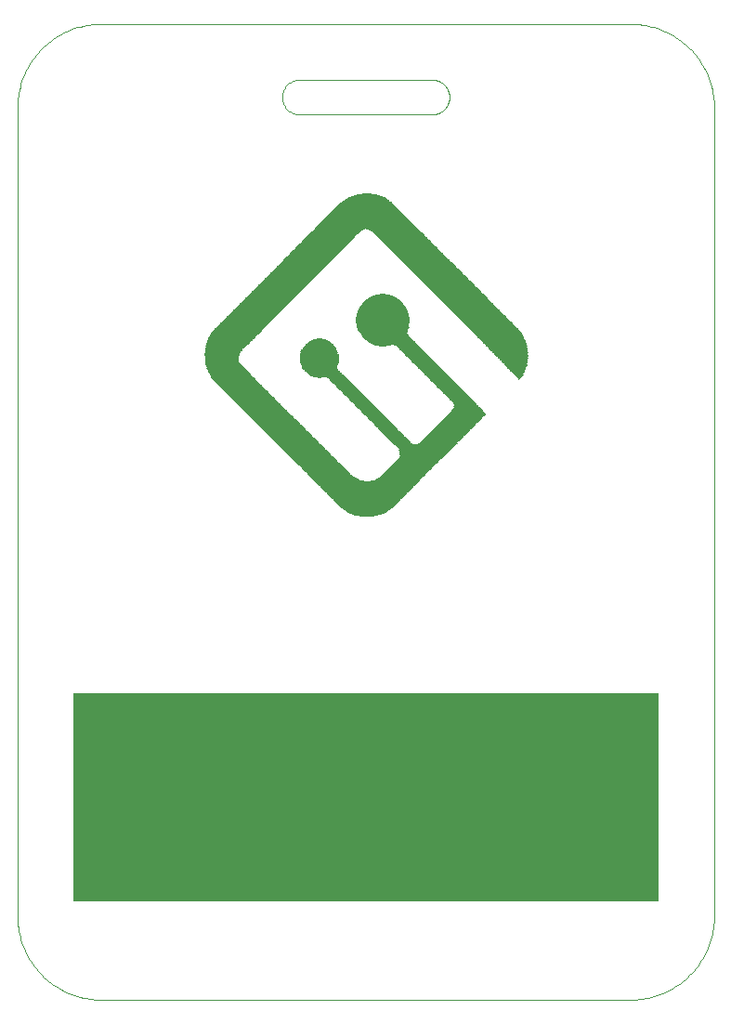
<source format=gto>
G75*
%MOIN*%
%OFA0B0*%
%FSLAX24Y24*%
%IPPOS*%
%LPD*%
%AMOC8*
5,1,8,0,0,1.08239X$1,22.5*
%
%ADD10C,0.0000*%
%ADD11R,0.0324X0.0018*%
%ADD12R,0.0558X0.0018*%
%ADD13R,0.0738X0.0018*%
%ADD14R,0.0864X0.0018*%
%ADD15R,0.0990X0.0018*%
%ADD16R,0.1062X0.0018*%
%ADD17R,0.1170X0.0018*%
%ADD18R,0.1242X0.0018*%
%ADD19R,0.1314X0.0018*%
%ADD20R,0.1386X0.0018*%
%ADD21R,0.1458X0.0018*%
%ADD22R,0.1512X0.0018*%
%ADD23R,0.1566X0.0018*%
%ADD24R,0.1638X0.0018*%
%ADD25R,0.1674X0.0018*%
%ADD26R,0.1728X0.0018*%
%ADD27R,0.1764X0.0018*%
%ADD28R,0.1818X0.0018*%
%ADD29R,0.1854X0.0018*%
%ADD30R,0.1890X0.0018*%
%ADD31R,0.1926X0.0018*%
%ADD32R,0.1962X0.0018*%
%ADD33R,0.1998X0.0018*%
%ADD34R,0.2034X0.0018*%
%ADD35R,0.2070X0.0018*%
%ADD36R,0.2106X0.0018*%
%ADD37R,0.2142X0.0018*%
%ADD38R,0.2178X0.0018*%
%ADD39R,0.2214X0.0018*%
%ADD40R,0.2250X0.0018*%
%ADD41R,0.2286X0.0018*%
%ADD42R,0.2322X0.0018*%
%ADD43R,0.2358X0.0018*%
%ADD44R,0.2394X0.0018*%
%ADD45R,0.2430X0.0018*%
%ADD46R,0.2466X0.0018*%
%ADD47R,0.2502X0.0018*%
%ADD48R,0.2538X0.0018*%
%ADD49R,0.2574X0.0018*%
%ADD50R,0.2610X0.0018*%
%ADD51R,0.2646X0.0018*%
%ADD52R,0.2682X0.0018*%
%ADD53R,0.2718X0.0018*%
%ADD54R,0.2754X0.0018*%
%ADD55R,0.2790X0.0018*%
%ADD56R,0.2826X0.0018*%
%ADD57R,0.2862X0.0018*%
%ADD58R,0.2898X0.0018*%
%ADD59R,0.2934X0.0018*%
%ADD60R,0.2970X0.0018*%
%ADD61R,0.3006X0.0018*%
%ADD62R,0.3042X0.0018*%
%ADD63R,0.3078X0.0018*%
%ADD64R,0.3114X0.0018*%
%ADD65R,0.3150X0.0018*%
%ADD66R,0.3186X0.0018*%
%ADD67R,0.3222X0.0018*%
%ADD68R,0.3258X0.0018*%
%ADD69R,0.3294X0.0018*%
%ADD70R,0.3330X0.0018*%
%ADD71R,0.3366X0.0018*%
%ADD72R,0.3402X0.0018*%
%ADD73R,0.3438X0.0018*%
%ADD74R,0.3474X0.0018*%
%ADD75R,0.3510X0.0018*%
%ADD76R,0.3546X0.0018*%
%ADD77R,0.3582X0.0018*%
%ADD78R,0.3618X0.0018*%
%ADD79R,0.3654X0.0018*%
%ADD80R,0.3690X0.0018*%
%ADD81R,0.3726X0.0018*%
%ADD82R,0.1800X0.0018*%
%ADD83R,0.1746X0.0018*%
%ADD84R,0.1656X0.0018*%
%ADD85R,0.1602X0.0018*%
%ADD86R,0.1584X0.0018*%
%ADD87R,0.1620X0.0018*%
%ADD88R,0.1602X0.0018*%
%ADD89R,0.1548X0.0018*%
%ADD90R,0.1530X0.0018*%
%ADD91R,0.1584X0.0018*%
%ADD92R,0.1674X0.0018*%
%ADD93R,0.1692X0.0018*%
%ADD94R,0.1710X0.0018*%
%ADD95R,0.1872X0.0018*%
%ADD96R,0.1908X0.0018*%
%ADD97R,0.1944X0.0018*%
%ADD98R,0.1980X0.0018*%
%ADD99R,0.2016X0.0018*%
%ADD100R,0.2052X0.0018*%
%ADD101R,0.2088X0.0018*%
%ADD102R,0.2124X0.0018*%
%ADD103R,0.2160X0.0018*%
%ADD104R,0.1440X0.0018*%
%ADD105R,0.0684X0.0018*%
%ADD106R,0.0666X0.0018*%
%ADD107R,0.1368X0.0018*%
%ADD108R,0.1350X0.0018*%
%ADD109R,0.0648X0.0018*%
%ADD110R,0.1332X0.0018*%
%ADD111R,0.1296X0.0018*%
%ADD112R,0.1260X0.0018*%
%ADD113R,0.1224X0.0018*%
%ADD114R,0.1188X0.0018*%
%ADD115R,0.1152X0.0018*%
%ADD116R,0.1116X0.0018*%
%ADD117R,0.1080X0.0018*%
%ADD118R,0.1026X0.0018*%
%ADD119R,0.0972X0.0018*%
%ADD120R,0.0936X0.0018*%
%ADD121R,0.0918X0.0018*%
%ADD122R,0.0900X0.0018*%
%ADD123R,0.0882X0.0018*%
%ADD124R,0.0846X0.0018*%
%ADD125R,0.0828X0.0018*%
%ADD126R,0.0810X0.0018*%
%ADD127R,0.0792X0.0018*%
%ADD128R,0.0792X0.0018*%
%ADD129R,0.0018X0.0018*%
%ADD130R,0.0054X0.0018*%
%ADD131R,0.1512X0.0018*%
%ADD132R,0.0090X0.0018*%
%ADD133R,0.0108X0.0018*%
%ADD134R,0.0126X0.0018*%
%ADD135R,0.0144X0.0018*%
%ADD136R,0.1494X0.0018*%
%ADD137R,0.0342X0.0018*%
%ADD138R,0.0720X0.0018*%
%ADD139R,0.0180X0.0018*%
%ADD140R,0.1134X0.0018*%
%ADD141R,0.0198X0.0018*%
%ADD142R,0.0234X0.0018*%
%ADD143R,0.1476X0.0018*%
%ADD144R,0.0270X0.0018*%
%ADD145R,0.0288X0.0018*%
%ADD146R,0.1206X0.0018*%
%ADD147R,0.0378X0.0018*%
%ADD148R,0.1224X0.0018*%
%ADD149R,0.0396X0.0018*%
%ADD150R,0.0432X0.0018*%
%ADD151R,0.0450X0.0018*%
%ADD152R,0.1422X0.0018*%
%ADD153R,0.1242X0.0018*%
%ADD154R,0.0486X0.0018*%
%ADD155R,0.1422X0.0018*%
%ADD156R,0.0504X0.0018*%
%ADD157R,0.1404X0.0018*%
%ADD158R,0.0522X0.0018*%
%ADD159R,0.0576X0.0018*%
%ADD160R,0.0594X0.0018*%
%ADD161R,0.0630X0.0018*%
%ADD162R,0.1332X0.0018*%
%ADD163R,0.0702X0.0018*%
%ADD164R,0.1278X0.0018*%
%ADD165R,0.0774X0.0018*%
%ADD166R,0.0882X0.0018*%
%ADD167R,0.0954X0.0018*%
%ADD168R,0.1404X0.0018*%
%ADD169R,0.1008X0.0018*%
%ADD170R,0.1044X0.0018*%
%ADD171R,0.1062X0.0018*%
%ADD172R,0.1098X0.0018*%
%ADD173R,0.1152X0.0018*%
%ADD174R,0.0774X0.0018*%
%ADD175R,0.1044X0.0018*%
%ADD176R,0.0432X0.0018*%
%ADD177R,0.0702X0.0018*%
%ADD178R,0.0216X0.0018*%
%ADD179R,0.1692X0.0018*%
%ADD180R,0.1764X0.0018*%
%ADD181R,0.1782X0.0018*%
%ADD182R,0.1836X0.0018*%
%ADD183R,0.1854X0.0018*%
%ADD184R,0.1872X0.0018*%
%ADD185R,0.1782X0.0018*%
%ADD186R,0.0954X0.0018*%
%ADD187R,0.3672X0.0018*%
%ADD188R,0.3636X0.0018*%
%ADD189R,0.3600X0.0018*%
%ADD190R,0.3564X0.0018*%
%ADD191R,0.3528X0.0018*%
%ADD192R,0.3492X0.0018*%
%ADD193R,0.3456X0.0018*%
%ADD194R,0.3420X0.0018*%
%ADD195R,0.3384X0.0018*%
%ADD196R,0.3348X0.0018*%
%ADD197R,0.3312X0.0018*%
%ADD198R,0.3276X0.0018*%
%ADD199R,0.3240X0.0018*%
%ADD200R,0.3204X0.0018*%
%ADD201R,0.3168X0.0018*%
%ADD202R,0.3132X0.0018*%
%ADD203R,0.3096X0.0018*%
%ADD204R,0.3060X0.0018*%
%ADD205R,0.3024X0.0018*%
%ADD206R,0.2988X0.0018*%
%ADD207R,0.2952X0.0018*%
%ADD208R,0.2916X0.0018*%
%ADD209R,0.2880X0.0018*%
%ADD210R,0.2844X0.0018*%
%ADD211R,0.2808X0.0018*%
%ADD212R,0.2772X0.0018*%
%ADD213R,0.2736X0.0018*%
%ADD214R,0.2700X0.0018*%
%ADD215R,0.2664X0.0018*%
%ADD216R,0.2628X0.0018*%
%ADD217R,0.2592X0.0018*%
%ADD218R,0.2556X0.0018*%
%ADD219R,0.2520X0.0018*%
%ADD220R,0.2484X0.0018*%
%ADD221R,0.2448X0.0018*%
%ADD222R,0.2412X0.0018*%
%ADD223R,0.2376X0.0018*%
%ADD224R,0.2340X0.0018*%
%ADD225R,0.2304X0.0018*%
%ADD226R,0.2268X0.0018*%
%ADD227R,0.2232X0.0018*%
%ADD228R,0.2196X0.0018*%
%ADD229R,0.0306X0.0018*%
%ADD230R,2.1000X0.7500*%
D10*
X000100Y003100D02*
X000100Y032100D01*
X000102Y032207D01*
X000108Y032314D01*
X000117Y032421D01*
X000131Y032527D01*
X000148Y032633D01*
X000169Y032738D01*
X000193Y032842D01*
X000222Y032945D01*
X000254Y033047D01*
X000289Y033148D01*
X000328Y033248D01*
X000371Y033346D01*
X000417Y033443D01*
X000467Y033538D01*
X000520Y033631D01*
X000576Y033722D01*
X000636Y033811D01*
X000698Y033898D01*
X000764Y033982D01*
X000833Y034065D01*
X000904Y034144D01*
X000979Y034221D01*
X001056Y034296D01*
X001135Y034367D01*
X001218Y034436D01*
X001302Y034502D01*
X001389Y034564D01*
X001478Y034624D01*
X001569Y034680D01*
X001662Y034733D01*
X001757Y034783D01*
X001854Y034829D01*
X001952Y034872D01*
X002052Y034911D01*
X002153Y034946D01*
X002255Y034978D01*
X002358Y035007D01*
X002462Y035031D01*
X002567Y035052D01*
X002673Y035069D01*
X002779Y035083D01*
X002886Y035092D01*
X002993Y035098D01*
X003100Y035100D01*
X022100Y035100D01*
X022207Y035098D01*
X022314Y035092D01*
X022421Y035083D01*
X022527Y035069D01*
X022633Y035052D01*
X022738Y035031D01*
X022842Y035007D01*
X022945Y034978D01*
X023047Y034946D01*
X023148Y034911D01*
X023248Y034872D01*
X023346Y034829D01*
X023443Y034783D01*
X023538Y034733D01*
X023631Y034680D01*
X023722Y034624D01*
X023811Y034564D01*
X023898Y034502D01*
X023982Y034436D01*
X024065Y034367D01*
X024144Y034296D01*
X024221Y034221D01*
X024296Y034144D01*
X024367Y034065D01*
X024436Y033982D01*
X024502Y033898D01*
X024564Y033811D01*
X024624Y033722D01*
X024680Y033631D01*
X024733Y033538D01*
X024783Y033443D01*
X024829Y033346D01*
X024872Y033248D01*
X024911Y033148D01*
X024946Y033047D01*
X024978Y032945D01*
X025007Y032842D01*
X025031Y032738D01*
X025052Y032633D01*
X025069Y032527D01*
X025083Y032421D01*
X025092Y032314D01*
X025098Y032207D01*
X025100Y032100D01*
X025100Y003100D01*
X025098Y002993D01*
X025092Y002886D01*
X025083Y002779D01*
X025069Y002673D01*
X025052Y002567D01*
X025031Y002462D01*
X025007Y002358D01*
X024978Y002255D01*
X024946Y002153D01*
X024911Y002052D01*
X024872Y001952D01*
X024829Y001854D01*
X024783Y001757D01*
X024733Y001662D01*
X024680Y001569D01*
X024624Y001478D01*
X024564Y001389D01*
X024502Y001302D01*
X024436Y001218D01*
X024367Y001135D01*
X024296Y001056D01*
X024221Y000979D01*
X024144Y000904D01*
X024065Y000833D01*
X023982Y000764D01*
X023898Y000698D01*
X023811Y000636D01*
X023722Y000576D01*
X023631Y000520D01*
X023538Y000467D01*
X023443Y000417D01*
X023346Y000371D01*
X023248Y000328D01*
X023148Y000289D01*
X023047Y000254D01*
X022945Y000222D01*
X022842Y000193D01*
X022738Y000169D01*
X022633Y000148D01*
X022527Y000131D01*
X022421Y000117D01*
X022314Y000108D01*
X022207Y000102D01*
X022100Y000100D01*
X003100Y000100D01*
X002993Y000102D01*
X002886Y000108D01*
X002779Y000117D01*
X002673Y000131D01*
X002567Y000148D01*
X002462Y000169D01*
X002358Y000193D01*
X002255Y000222D01*
X002153Y000254D01*
X002052Y000289D01*
X001952Y000328D01*
X001854Y000371D01*
X001757Y000417D01*
X001662Y000467D01*
X001569Y000520D01*
X001478Y000576D01*
X001389Y000636D01*
X001302Y000698D01*
X001218Y000764D01*
X001135Y000833D01*
X001056Y000904D01*
X000979Y000979D01*
X000904Y001056D01*
X000833Y001135D01*
X000764Y001218D01*
X000698Y001302D01*
X000636Y001389D01*
X000576Y001478D01*
X000520Y001569D01*
X000467Y001662D01*
X000417Y001757D01*
X000371Y001854D01*
X000328Y001952D01*
X000289Y002052D01*
X000254Y002153D01*
X000222Y002255D01*
X000193Y002358D01*
X000169Y002462D01*
X000148Y002567D01*
X000131Y002673D01*
X000117Y002779D01*
X000108Y002886D01*
X000102Y002993D01*
X000100Y003100D01*
X010225Y031850D02*
X014975Y031850D01*
X015024Y031852D01*
X015073Y031858D01*
X015121Y031867D01*
X015168Y031881D01*
X015214Y031898D01*
X015259Y031918D01*
X015302Y031942D01*
X015342Y031969D01*
X015381Y032000D01*
X015417Y032033D01*
X015450Y032069D01*
X015481Y032108D01*
X015508Y032148D01*
X015532Y032191D01*
X015552Y032236D01*
X015569Y032282D01*
X015583Y032329D01*
X015592Y032377D01*
X015598Y032426D01*
X015600Y032475D01*
X015598Y032524D01*
X015592Y032573D01*
X015583Y032621D01*
X015569Y032668D01*
X015552Y032714D01*
X015532Y032759D01*
X015508Y032802D01*
X015481Y032842D01*
X015450Y032881D01*
X015417Y032917D01*
X015381Y032950D01*
X015342Y032981D01*
X015302Y033008D01*
X015259Y033032D01*
X015214Y033052D01*
X015168Y033069D01*
X015121Y033083D01*
X015073Y033092D01*
X015024Y033098D01*
X014975Y033100D01*
X010225Y033100D01*
X009600Y032475D02*
X009602Y032426D01*
X009608Y032377D01*
X009617Y032329D01*
X009631Y032282D01*
X009648Y032236D01*
X009668Y032191D01*
X009692Y032148D01*
X009719Y032108D01*
X009750Y032069D01*
X009783Y032033D01*
X009819Y032000D01*
X009858Y031969D01*
X009898Y031942D01*
X009941Y031918D01*
X009986Y031898D01*
X010032Y031881D01*
X010079Y031867D01*
X010127Y031858D01*
X010176Y031852D01*
X010225Y031850D01*
X009600Y032475D02*
X009602Y032524D01*
X009608Y032573D01*
X009617Y032621D01*
X009631Y032668D01*
X009648Y032714D01*
X009668Y032759D01*
X009692Y032802D01*
X009719Y032842D01*
X009750Y032881D01*
X009783Y032917D01*
X009819Y032950D01*
X009858Y032981D01*
X009898Y033008D01*
X009941Y033032D01*
X009986Y033052D01*
X010032Y033069D01*
X010079Y033083D01*
X010127Y033092D01*
X010176Y033098D01*
X010225Y033100D01*
D11*
X018093Y022506D03*
X012621Y017412D03*
D12*
X012630Y017430D03*
X010938Y023730D03*
X013224Y025350D03*
X012630Y028968D03*
X018048Y022668D03*
D13*
X017994Y022812D03*
X013998Y019986D03*
X012630Y017448D03*
X010938Y023676D03*
X013224Y025314D03*
X012630Y028950D03*
D14*
X014025Y023568D03*
X016203Y021390D03*
X017967Y022920D03*
X012621Y017466D03*
D15*
X012630Y017484D03*
X016248Y021282D03*
D16*
X016248Y021246D03*
X013224Y025224D03*
X012630Y028896D03*
X012630Y017502D03*
D17*
X012630Y017520D03*
X011244Y022452D03*
X013224Y025188D03*
X017832Y023208D03*
D18*
X012630Y017538D03*
X011028Y022632D03*
X010974Y022704D03*
X010920Y023388D03*
D19*
X010920Y023316D03*
X007500Y023370D03*
X007536Y022794D03*
X012630Y017556D03*
X017742Y023370D03*
X012630Y028842D03*
D20*
X012630Y028824D03*
X010938Y023010D03*
X007626Y022668D03*
X007608Y022686D03*
X012630Y017574D03*
X015150Y020004D03*
X017706Y023442D03*
D21*
X017652Y023532D03*
X017652Y023550D03*
X017634Y023568D03*
X013206Y025044D03*
X007590Y023532D03*
X007698Y022560D03*
X007716Y022542D03*
X012630Y017592D03*
D22*
X012639Y017610D03*
X007869Y022344D03*
X007833Y022380D03*
X007815Y022398D03*
X007635Y023604D03*
X013215Y025008D03*
X017589Y023640D03*
D23*
X017544Y023712D03*
X014592Y019536D03*
X014574Y019518D03*
X013818Y018780D03*
X012630Y017628D03*
X011388Y018834D03*
X011370Y018852D03*
X011352Y018870D03*
X011262Y018960D03*
X011244Y018978D03*
X011226Y018996D03*
X011208Y019014D03*
X011190Y019032D03*
X011172Y019050D03*
X011154Y019068D03*
X011136Y019086D03*
X011118Y019104D03*
X011100Y019122D03*
X011082Y019140D03*
X011064Y019158D03*
X011046Y019176D03*
X011028Y019194D03*
X011010Y019212D03*
X010992Y019230D03*
X010974Y019248D03*
X010956Y019266D03*
X010938Y019284D03*
X013656Y023586D03*
X013206Y024972D03*
X007698Y023694D03*
X007680Y023676D03*
D24*
X007770Y023802D03*
X007788Y023820D03*
X012630Y017646D03*
X014646Y019626D03*
X013548Y023658D03*
X013530Y023676D03*
X013206Y024918D03*
X017436Y023856D03*
X017454Y023838D03*
D25*
X017400Y023910D03*
X017382Y023928D03*
X013422Y023766D03*
X013386Y023802D03*
X013368Y023820D03*
X013350Y023838D03*
X013296Y023910D03*
X013278Y023928D03*
X013278Y023946D03*
X013260Y023964D03*
X013206Y024882D03*
X013206Y024900D03*
X011550Y018726D03*
X012630Y017664D03*
X007842Y023892D03*
D26*
X007941Y024018D03*
X007959Y024036D03*
X007977Y024054D03*
X007995Y024072D03*
X008013Y024090D03*
X010515Y026610D03*
X010533Y026628D03*
X010551Y026646D03*
X010569Y026664D03*
X010587Y026682D03*
X010605Y026700D03*
X010623Y026718D03*
X010641Y026736D03*
X010659Y026754D03*
X010677Y026772D03*
X010695Y026790D03*
X010713Y026808D03*
X010731Y026826D03*
X010749Y026844D03*
X010767Y026862D03*
X010785Y026880D03*
X010803Y026898D03*
X010821Y026916D03*
X010839Y026934D03*
X010857Y026952D03*
X010875Y026970D03*
X010893Y026988D03*
X010911Y027006D03*
X010929Y027024D03*
X010947Y027042D03*
X010965Y027060D03*
X010983Y027078D03*
X011001Y027096D03*
X011019Y027114D03*
X011037Y027132D03*
X011055Y027150D03*
X011073Y027168D03*
X011091Y027186D03*
X011109Y027204D03*
X011127Y027222D03*
X011145Y027240D03*
X011163Y027258D03*
X011181Y027276D03*
X011199Y027294D03*
X011217Y027312D03*
X011235Y027330D03*
X011253Y027348D03*
X011559Y027654D03*
X013701Y027636D03*
X013719Y027618D03*
X013935Y027402D03*
X013953Y027384D03*
X013971Y027366D03*
X013989Y027348D03*
X014007Y027330D03*
X014025Y027312D03*
X014043Y027294D03*
X014061Y027276D03*
X014079Y027258D03*
X014097Y027240D03*
X014115Y027222D03*
X014133Y027204D03*
X014151Y027186D03*
X014169Y027168D03*
X014187Y027150D03*
X014205Y027132D03*
X014223Y027114D03*
X014241Y027096D03*
X014259Y027078D03*
X014277Y027060D03*
X014295Y027042D03*
X014313Y027024D03*
X014331Y027006D03*
X014349Y026988D03*
X014367Y026970D03*
X014385Y026952D03*
X014403Y026934D03*
X014421Y026916D03*
X014439Y026898D03*
X014457Y026880D03*
X014475Y026862D03*
X014493Y026844D03*
X014511Y026826D03*
X014529Y026808D03*
X014547Y026790D03*
X014565Y026772D03*
X014583Y026754D03*
X014601Y026736D03*
X014619Y026718D03*
X014637Y026700D03*
X014655Y026682D03*
X014673Y026664D03*
X014691Y026646D03*
X014709Y026628D03*
X014727Y026610D03*
X014745Y026592D03*
X016041Y025296D03*
X016059Y025278D03*
X016077Y025260D03*
X016095Y025242D03*
X016113Y025224D03*
X016131Y025206D03*
X016149Y025188D03*
X016167Y025170D03*
X016185Y025152D03*
X016203Y025134D03*
X016221Y025116D03*
X016239Y025098D03*
X016257Y025080D03*
X016275Y025062D03*
X016293Y025044D03*
X016311Y025026D03*
X016329Y025008D03*
X016347Y024990D03*
X016365Y024972D03*
X016383Y024954D03*
X016401Y024936D03*
X016419Y024918D03*
X016437Y024900D03*
X016455Y024882D03*
X016473Y024864D03*
X016491Y024846D03*
X016509Y024828D03*
X016527Y024810D03*
X016545Y024792D03*
X016563Y024774D03*
X016581Y024756D03*
X016599Y024738D03*
X016617Y024720D03*
X016635Y024702D03*
X016653Y024684D03*
X016671Y024666D03*
X016689Y024648D03*
X016707Y024630D03*
X016725Y024612D03*
X016743Y024594D03*
X016761Y024576D03*
X016779Y024558D03*
X016797Y024540D03*
X016815Y024522D03*
X016833Y024504D03*
X016851Y024486D03*
X016869Y024468D03*
X016887Y024450D03*
X016905Y024432D03*
X016923Y024414D03*
X016941Y024396D03*
X016959Y024378D03*
X016977Y024360D03*
X016995Y024342D03*
X017013Y024324D03*
X017031Y024306D03*
X017049Y024288D03*
X017067Y024270D03*
X017085Y024252D03*
X017103Y024234D03*
X017121Y024216D03*
X017139Y024198D03*
X017157Y024180D03*
X017175Y024162D03*
X017193Y024144D03*
X017211Y024126D03*
X017229Y024108D03*
X017247Y024090D03*
X017265Y024072D03*
X017283Y024054D03*
X014691Y019716D03*
X012639Y017682D03*
X011595Y018708D03*
X013233Y024036D03*
X013233Y024054D03*
D27*
X013629Y027690D03*
X014709Y019752D03*
X012639Y017700D03*
D28*
X012630Y017718D03*
X014718Y019788D03*
X013224Y024162D03*
X013206Y024720D03*
X013206Y024738D03*
X011676Y027726D03*
D29*
X013548Y027726D03*
X013206Y024666D03*
X014718Y019806D03*
X012630Y017736D03*
D30*
X012630Y017754D03*
X013224Y024270D03*
X013224Y024288D03*
X013224Y024306D03*
X013224Y024324D03*
X013224Y024342D03*
X013206Y024576D03*
D31*
X012630Y017772D03*
D32*
X012630Y017790D03*
D33*
X012630Y017808D03*
D34*
X012630Y017826D03*
D35*
X012630Y017844D03*
D36*
X012630Y017862D03*
D37*
X012630Y017880D03*
D38*
X012630Y017898D03*
D39*
X012630Y017916D03*
D40*
X012630Y017934D03*
D41*
X012630Y017952D03*
D42*
X012630Y017970D03*
D43*
X012630Y017988D03*
D44*
X012630Y018006D03*
D45*
X012630Y018024D03*
D46*
X012630Y018042D03*
D47*
X012630Y018060D03*
D48*
X012630Y018078D03*
D49*
X012630Y018096D03*
D50*
X012630Y018114D03*
D51*
X012630Y018132D03*
D52*
X012630Y018150D03*
D53*
X012630Y018168D03*
D54*
X012630Y018186D03*
D55*
X012630Y018204D03*
D56*
X012630Y018222D03*
D57*
X012630Y018240D03*
D58*
X012630Y018258D03*
D59*
X012630Y018276D03*
D60*
X012630Y018294D03*
D61*
X012630Y018312D03*
D62*
X012630Y018330D03*
D63*
X012630Y018348D03*
D64*
X012630Y018366D03*
D65*
X012630Y018384D03*
D66*
X012630Y018402D03*
D67*
X012630Y018420D03*
D68*
X012630Y018438D03*
D69*
X012630Y018456D03*
D70*
X012630Y018474D03*
D71*
X012630Y018492D03*
D72*
X012630Y018510D03*
D73*
X012630Y018528D03*
D74*
X012630Y018546D03*
D75*
X012630Y018564D03*
D76*
X012630Y018582D03*
D77*
X012630Y018600D03*
D78*
X012630Y018618D03*
D79*
X012630Y018636D03*
D80*
X012630Y018654D03*
D81*
X012630Y018672D03*
D82*
X011649Y018690D03*
X014709Y019770D03*
X013233Y024144D03*
X013215Y024756D03*
X013593Y027708D03*
D83*
X013656Y027672D03*
X013674Y027654D03*
X012630Y028698D03*
X011604Y027690D03*
X011586Y027672D03*
X010506Y026592D03*
X010488Y026574D03*
X010470Y026556D03*
X010452Y026538D03*
X010434Y026520D03*
X010416Y026502D03*
X010398Y026484D03*
X010380Y026466D03*
X010362Y026448D03*
X010344Y026430D03*
X010326Y026412D03*
X010308Y026394D03*
X010290Y026376D03*
X010272Y026358D03*
X010254Y026340D03*
X010236Y026322D03*
X010218Y026304D03*
X010200Y026286D03*
X010182Y026268D03*
X010164Y026250D03*
X010146Y026232D03*
X010128Y026214D03*
X010110Y026196D03*
X010092Y026178D03*
X010074Y026160D03*
X010056Y026142D03*
X010038Y026124D03*
X010020Y026106D03*
X010002Y026088D03*
X009984Y026070D03*
X009966Y026052D03*
X009948Y026034D03*
X009930Y026016D03*
X009912Y025998D03*
X009894Y025980D03*
X009876Y025962D03*
X009858Y025944D03*
X009840Y025926D03*
X009822Y025908D03*
X009804Y025890D03*
X009786Y025872D03*
X009768Y025854D03*
X009750Y025836D03*
X009732Y025818D03*
X009714Y025800D03*
X009696Y025782D03*
X009678Y025764D03*
X009660Y025746D03*
X009642Y025728D03*
X009624Y025710D03*
X009606Y025692D03*
X009588Y025674D03*
X009570Y025656D03*
X009552Y025638D03*
X009534Y025620D03*
X009516Y025602D03*
X009498Y025584D03*
X009480Y025566D03*
X009462Y025548D03*
X009444Y025530D03*
X009426Y025512D03*
X009408Y025494D03*
X009390Y025476D03*
X009372Y025458D03*
X009354Y025440D03*
X009336Y025422D03*
X009318Y025404D03*
X009300Y025386D03*
X009282Y025368D03*
X009264Y025350D03*
X009246Y025332D03*
X009228Y025314D03*
X009210Y025296D03*
X009192Y025278D03*
X009174Y025260D03*
X009156Y025242D03*
X009138Y025224D03*
X009120Y025206D03*
X009102Y025188D03*
X009084Y025170D03*
X009066Y025152D03*
X009048Y025134D03*
X009030Y025116D03*
X009012Y025098D03*
X008994Y025080D03*
X008976Y025062D03*
X008958Y025044D03*
X008940Y025026D03*
X008922Y025008D03*
X008904Y024990D03*
X008886Y024972D03*
X008868Y024954D03*
X008850Y024936D03*
X008832Y024918D03*
X008814Y024900D03*
X008796Y024882D03*
X008778Y024864D03*
X008760Y024846D03*
X008742Y024828D03*
X008724Y024810D03*
X008706Y024792D03*
X008688Y024774D03*
X008670Y024756D03*
X008652Y024738D03*
X008634Y024720D03*
X008616Y024702D03*
X008598Y024684D03*
X008580Y024666D03*
X008562Y024648D03*
X008544Y024630D03*
X008526Y024612D03*
X008508Y024594D03*
X008490Y024576D03*
X008472Y024558D03*
X008454Y024540D03*
X008436Y024522D03*
X008418Y024504D03*
X008400Y024486D03*
X008382Y024468D03*
X008364Y024450D03*
X008346Y024432D03*
X008328Y024414D03*
X008310Y024396D03*
X008292Y024378D03*
X008274Y024360D03*
X008256Y024342D03*
X008238Y024324D03*
X008220Y024306D03*
X008202Y024288D03*
X008184Y024270D03*
X008166Y024252D03*
X008148Y024234D03*
X008130Y024216D03*
X008112Y024198D03*
X008094Y024180D03*
X008076Y024162D03*
X008058Y024144D03*
X008040Y024126D03*
X008022Y024108D03*
X013224Y024072D03*
X013206Y024810D03*
X013206Y024828D03*
X014862Y026484D03*
X014880Y026466D03*
X014898Y026448D03*
X014916Y026430D03*
X014934Y026412D03*
X014952Y026394D03*
X014970Y026376D03*
X014988Y026358D03*
X015006Y026340D03*
X015024Y026322D03*
X015042Y026304D03*
X015060Y026286D03*
X015078Y026268D03*
X015096Y026250D03*
X015114Y026232D03*
X015132Y026214D03*
X015150Y026196D03*
X015168Y026178D03*
X015186Y026160D03*
X015204Y026142D03*
X015222Y026124D03*
X015240Y026106D03*
X015258Y026088D03*
X015276Y026070D03*
X015294Y026052D03*
X015312Y026034D03*
X015330Y026016D03*
X015348Y025998D03*
X015366Y025980D03*
X015384Y025962D03*
X015402Y025944D03*
X015420Y025926D03*
X015438Y025908D03*
X015456Y025890D03*
X015474Y025872D03*
X015492Y025854D03*
X015510Y025836D03*
X015528Y025818D03*
X015546Y025800D03*
X015564Y025782D03*
X015582Y025764D03*
X015600Y025746D03*
X015618Y025728D03*
X015636Y025710D03*
X015654Y025692D03*
X015672Y025674D03*
X015690Y025656D03*
X015708Y025638D03*
X015726Y025620D03*
X015744Y025602D03*
X015762Y025584D03*
X015780Y025566D03*
X015798Y025548D03*
X015816Y025530D03*
X015834Y025512D03*
X015852Y025494D03*
X015870Y025476D03*
X015888Y025458D03*
X015906Y025440D03*
X015924Y025422D03*
X015942Y025404D03*
X015960Y025386D03*
X015978Y025368D03*
X015996Y025350D03*
X016014Y025332D03*
X016032Y025314D03*
X014844Y026502D03*
X014826Y026520D03*
X014808Y026538D03*
X014790Y026556D03*
X014772Y026574D03*
X014700Y019734D03*
X013638Y018690D03*
D84*
X013701Y018708D03*
X014655Y019644D03*
X013503Y023694D03*
X013485Y023712D03*
X013467Y023730D03*
X013449Y023748D03*
X013341Y023856D03*
X013323Y023874D03*
X013305Y023892D03*
X012621Y028734D03*
X017409Y023892D03*
X017427Y023874D03*
X011523Y018744D03*
X007815Y023856D03*
X007797Y023838D03*
D85*
X013206Y024954D03*
X013602Y023622D03*
X013746Y018726D03*
D86*
X013773Y018744D03*
X013791Y018762D03*
X014601Y019554D03*
X011433Y018798D03*
X011415Y018816D03*
X007707Y023712D03*
X007725Y023730D03*
X017517Y023748D03*
X017535Y023730D03*
D87*
X017481Y023802D03*
X017463Y023820D03*
X014637Y019608D03*
X013575Y023640D03*
X013215Y024936D03*
X011487Y018762D03*
X007743Y023766D03*
X007761Y023784D03*
D88*
X007734Y023748D03*
X011460Y018780D03*
X014628Y019590D03*
X017508Y023766D03*
X017490Y023784D03*
X012630Y028752D03*
D89*
X012621Y028770D03*
X013215Y024990D03*
X009831Y020382D03*
X009813Y020400D03*
X009795Y020418D03*
X009777Y020436D03*
X009759Y020454D03*
X009741Y020472D03*
X009723Y020490D03*
X009705Y020508D03*
X009687Y020526D03*
X009669Y020544D03*
X009651Y020562D03*
X009633Y020580D03*
X009615Y020598D03*
X009597Y020616D03*
X009579Y020634D03*
X009561Y020652D03*
X009543Y020670D03*
X009525Y020688D03*
X009507Y020706D03*
X009489Y020724D03*
X009471Y020742D03*
X009453Y020760D03*
X009435Y020778D03*
X009417Y020796D03*
X009399Y020814D03*
X009381Y020832D03*
X009363Y020850D03*
X009345Y020868D03*
X009327Y020886D03*
X009309Y020904D03*
X009291Y020922D03*
X009849Y020364D03*
X009867Y020346D03*
X009885Y020328D03*
X009903Y020310D03*
X009921Y020292D03*
X009939Y020274D03*
X009957Y020256D03*
X009975Y020238D03*
X009993Y020220D03*
X010011Y020202D03*
X010029Y020184D03*
X010047Y020166D03*
X010065Y020148D03*
X010083Y020130D03*
X010101Y020112D03*
X010119Y020094D03*
X010137Y020076D03*
X010155Y020058D03*
X010173Y020040D03*
X010191Y020022D03*
X010209Y020004D03*
X010227Y019986D03*
X010245Y019968D03*
X010263Y019950D03*
X010281Y019932D03*
X010299Y019914D03*
X010317Y019896D03*
X010335Y019878D03*
X010353Y019860D03*
X010371Y019842D03*
X010389Y019824D03*
X010407Y019806D03*
X010425Y019788D03*
X010443Y019770D03*
X010461Y019752D03*
X010479Y019734D03*
X010497Y019716D03*
X010515Y019698D03*
X010533Y019680D03*
X010551Y019662D03*
X010569Y019644D03*
X010587Y019626D03*
X010605Y019608D03*
X010623Y019590D03*
X010641Y019572D03*
X010659Y019554D03*
X010677Y019536D03*
X010695Y019518D03*
X010713Y019500D03*
X010731Y019482D03*
X010749Y019464D03*
X010767Y019446D03*
X010785Y019428D03*
X010803Y019410D03*
X010821Y019392D03*
X010839Y019374D03*
X010857Y019356D03*
X010875Y019338D03*
X010893Y019320D03*
X010911Y019302D03*
X011271Y018942D03*
X011289Y018924D03*
X011307Y018906D03*
X011325Y018888D03*
X013845Y018798D03*
X013863Y018816D03*
X013881Y018834D03*
X014547Y019482D03*
X014565Y019500D03*
X017571Y023676D03*
X017553Y023694D03*
X007671Y023658D03*
D90*
X007662Y023640D03*
X007644Y023622D03*
X007878Y022326D03*
X007896Y022308D03*
X007914Y022290D03*
X007932Y022272D03*
X007950Y022254D03*
X007968Y022236D03*
X007986Y022218D03*
X008004Y022200D03*
X008022Y022182D03*
X008040Y022164D03*
X008058Y022146D03*
X008076Y022128D03*
X008094Y022110D03*
X008112Y022092D03*
X008130Y022074D03*
X008148Y022056D03*
X008166Y022038D03*
X008184Y022020D03*
X008202Y022002D03*
X008220Y021984D03*
X008238Y021966D03*
X008256Y021948D03*
X008274Y021930D03*
X008292Y021912D03*
X008310Y021894D03*
X008328Y021876D03*
X008346Y021858D03*
X008364Y021840D03*
X008382Y021822D03*
X008400Y021804D03*
X008418Y021786D03*
X008436Y021768D03*
X008454Y021750D03*
X008472Y021732D03*
X008490Y021714D03*
X008508Y021696D03*
X008526Y021678D03*
X008544Y021660D03*
X008562Y021642D03*
X008580Y021624D03*
X008598Y021606D03*
X008616Y021588D03*
X008634Y021570D03*
X008652Y021552D03*
X008670Y021534D03*
X008688Y021516D03*
X008706Y021498D03*
X008724Y021480D03*
X008742Y021462D03*
X008760Y021444D03*
X008778Y021426D03*
X008796Y021408D03*
X008814Y021390D03*
X008832Y021372D03*
X008850Y021354D03*
X008868Y021336D03*
X008886Y021318D03*
X008904Y021300D03*
X008922Y021282D03*
X008940Y021264D03*
X008958Y021246D03*
X008976Y021228D03*
X008994Y021210D03*
X009012Y021192D03*
X009030Y021174D03*
X009048Y021156D03*
X009066Y021138D03*
X009084Y021120D03*
X009102Y021102D03*
X009120Y021084D03*
X009138Y021066D03*
X009156Y021048D03*
X009174Y021030D03*
X009192Y021012D03*
X009210Y020994D03*
X009228Y020976D03*
X009246Y020958D03*
X009264Y020940D03*
X013908Y018852D03*
X013926Y018870D03*
X013944Y018888D03*
X013962Y018906D03*
X013980Y018924D03*
X013998Y018942D03*
X014016Y018960D03*
X014034Y018978D03*
X014052Y018996D03*
X014070Y019014D03*
X014088Y019032D03*
X014106Y019050D03*
X014124Y019068D03*
X014142Y019086D03*
X014160Y019104D03*
X014178Y019122D03*
X014196Y019140D03*
X014214Y019158D03*
X014232Y019176D03*
X014250Y019194D03*
X014268Y019212D03*
X014286Y019230D03*
X014304Y019248D03*
X014322Y019266D03*
X014340Y019284D03*
X014358Y019302D03*
X014376Y019320D03*
X014394Y019338D03*
X014412Y019356D03*
X014430Y019374D03*
X014448Y019392D03*
X014466Y019410D03*
X014484Y019428D03*
X014502Y019446D03*
X014520Y019464D03*
X017580Y023658D03*
D91*
X014619Y019572D03*
X013629Y023604D03*
D92*
X013404Y023784D03*
X014664Y019662D03*
X007824Y023874D03*
D93*
X007869Y023928D03*
X014673Y019680D03*
X017373Y023946D03*
X017355Y023964D03*
D94*
X017328Y024000D03*
X017310Y024018D03*
X017292Y024036D03*
X013926Y027420D03*
X013908Y027438D03*
X013890Y027456D03*
X013872Y027474D03*
X013854Y027492D03*
X013836Y027510D03*
X013818Y027528D03*
X013800Y027546D03*
X013782Y027564D03*
X013764Y027582D03*
X013746Y027600D03*
X013206Y024864D03*
X013206Y024846D03*
X013242Y024018D03*
X011262Y027366D03*
X011280Y027384D03*
X011298Y027402D03*
X011316Y027420D03*
X011334Y027438D03*
X011352Y027456D03*
X011388Y027492D03*
X011406Y027510D03*
X011424Y027528D03*
X011442Y027546D03*
X011460Y027564D03*
X011478Y027582D03*
X011496Y027600D03*
X011514Y027618D03*
X011532Y027636D03*
X007932Y024000D03*
X007914Y023982D03*
X007896Y023964D03*
X014682Y019698D03*
D95*
X014727Y019824D03*
X012621Y028644D03*
D96*
X012621Y028626D03*
X013215Y024558D03*
X013215Y024540D03*
X013215Y024522D03*
X013215Y024504D03*
X013215Y024486D03*
X013215Y024468D03*
X013215Y024450D03*
X013215Y024432D03*
X013215Y024414D03*
X013215Y024396D03*
X013215Y024378D03*
X013215Y024360D03*
X014727Y019842D03*
D97*
X014727Y019860D03*
X012621Y028608D03*
D98*
X012621Y028590D03*
X014727Y019878D03*
D99*
X014727Y019896D03*
X012621Y028572D03*
D100*
X012621Y028554D03*
X014727Y019914D03*
D101*
X014727Y019932D03*
X012621Y028536D03*
D102*
X012621Y028518D03*
X014727Y019950D03*
D103*
X014727Y019968D03*
X012621Y028500D03*
D104*
X012621Y028806D03*
X013215Y025062D03*
X015105Y019986D03*
X017661Y023514D03*
X007689Y022578D03*
X007671Y022596D03*
X007581Y023514D03*
D105*
X013953Y020004D03*
D106*
X013926Y020022D03*
X013908Y020040D03*
X013890Y020058D03*
X013872Y020076D03*
X013854Y020094D03*
X013836Y020112D03*
X013818Y020130D03*
X013800Y020148D03*
X013782Y020166D03*
X013764Y020184D03*
X013746Y020202D03*
X013728Y020220D03*
X013710Y020238D03*
X013692Y020256D03*
X013674Y020274D03*
X013656Y020292D03*
X013638Y020310D03*
X013620Y020328D03*
X013602Y020346D03*
X013584Y020364D03*
X013566Y020382D03*
X013548Y020400D03*
X013530Y020418D03*
X013512Y020436D03*
X013494Y020454D03*
X013476Y020472D03*
X013458Y020490D03*
X013440Y020508D03*
X013422Y020526D03*
X013404Y020544D03*
X013386Y020562D03*
X013368Y020580D03*
X011568Y022380D03*
X011550Y022398D03*
X013224Y025332D03*
X018012Y022758D03*
D107*
X017715Y023424D03*
X015195Y020040D03*
X015177Y020022D03*
X013215Y025098D03*
X010929Y023226D03*
X010929Y023208D03*
X010929Y023190D03*
X010929Y023172D03*
X010929Y022992D03*
X010929Y022974D03*
X010929Y022956D03*
X010929Y022938D03*
X010929Y022920D03*
X007599Y022704D03*
X007581Y022722D03*
X007527Y023442D03*
D108*
X007518Y023424D03*
X007518Y023406D03*
X007572Y022740D03*
X010920Y023244D03*
X010920Y023262D03*
X015222Y020058D03*
X015240Y020076D03*
X015258Y020094D03*
X015276Y020112D03*
X015294Y020130D03*
X015312Y020148D03*
X015330Y020166D03*
X015348Y020184D03*
X015366Y020202D03*
X015384Y020220D03*
X015402Y020238D03*
X015420Y020256D03*
X015438Y020274D03*
X015456Y020292D03*
X015474Y020310D03*
X015492Y020328D03*
X015510Y020346D03*
X015528Y020364D03*
X015546Y020382D03*
X015564Y020400D03*
X015582Y020418D03*
X015600Y020436D03*
X015618Y020454D03*
X015636Y020472D03*
X015654Y020490D03*
X015672Y020508D03*
X015690Y020526D03*
X015708Y020544D03*
X015726Y020562D03*
X015744Y020580D03*
X015762Y020598D03*
X015780Y020616D03*
X015798Y020634D03*
X015816Y020652D03*
X015834Y020670D03*
X015852Y020688D03*
X015870Y020706D03*
X015888Y020724D03*
X015906Y020742D03*
X015924Y020760D03*
X015942Y020778D03*
X015960Y020796D03*
X015978Y020814D03*
X015996Y020832D03*
X016014Y020850D03*
X016032Y020868D03*
X016050Y020886D03*
X016068Y020904D03*
X016086Y020922D03*
X016104Y020940D03*
X016122Y020958D03*
X016140Y020976D03*
X016158Y020994D03*
X016176Y021012D03*
X016194Y021030D03*
X016212Y021048D03*
X016230Y021066D03*
X016248Y021084D03*
X017724Y023406D03*
D109*
X018021Y022740D03*
X013359Y020598D03*
X013341Y020616D03*
X013323Y020634D03*
X013305Y020652D03*
X013287Y020670D03*
X013269Y020688D03*
X013251Y020706D03*
X013233Y020724D03*
X013215Y020742D03*
X013197Y020760D03*
X013179Y020778D03*
X013161Y020796D03*
X013143Y020814D03*
X013125Y020832D03*
X013107Y020850D03*
X013089Y020868D03*
X013071Y020886D03*
X013053Y020904D03*
X013035Y020922D03*
X013017Y020940D03*
X012999Y020958D03*
X012981Y020976D03*
X012963Y020994D03*
X012945Y021012D03*
X012927Y021030D03*
X012909Y021048D03*
X012891Y021066D03*
X012873Y021084D03*
X012855Y021102D03*
X012837Y021120D03*
X012819Y021138D03*
X012801Y021156D03*
X012783Y021174D03*
X012765Y021192D03*
X012747Y021210D03*
X012729Y021228D03*
X012711Y021246D03*
X012693Y021264D03*
X012675Y021282D03*
X012657Y021300D03*
X012639Y021318D03*
X012621Y021336D03*
X012603Y021354D03*
X012585Y021372D03*
X012567Y021390D03*
X012549Y021408D03*
X012531Y021426D03*
X012513Y021444D03*
X012495Y021462D03*
X012477Y021480D03*
X012459Y021498D03*
X012441Y021516D03*
X012423Y021534D03*
X012405Y021552D03*
X012387Y021570D03*
X012369Y021588D03*
X012351Y021606D03*
X012333Y021624D03*
X012315Y021642D03*
X012297Y021660D03*
X012279Y021678D03*
X012261Y021696D03*
X012243Y021714D03*
X012225Y021732D03*
X012207Y021750D03*
X012189Y021768D03*
X012171Y021786D03*
X012153Y021804D03*
X012135Y021822D03*
X012117Y021840D03*
X012099Y021858D03*
X012081Y021876D03*
X012063Y021894D03*
X012045Y021912D03*
X012027Y021930D03*
X012009Y021948D03*
X011991Y021966D03*
X011973Y021984D03*
X011955Y022002D03*
X011937Y022020D03*
X011919Y022038D03*
X011901Y022056D03*
X011883Y022074D03*
X011865Y022092D03*
X011847Y022110D03*
X011829Y022128D03*
X011811Y022146D03*
X011793Y022164D03*
X011775Y022182D03*
X011757Y022200D03*
X011739Y022218D03*
X011721Y022236D03*
X011703Y022254D03*
X011685Y022272D03*
X011667Y022290D03*
X011649Y022308D03*
X011631Y022326D03*
X011613Y022344D03*
X011595Y022362D03*
D110*
X016257Y021102D03*
D111*
X016257Y021120D03*
X017769Y023334D03*
X017751Y023352D03*
X013215Y025134D03*
X010929Y023334D03*
X010929Y022848D03*
X010929Y022830D03*
X007527Y022812D03*
X007473Y023316D03*
X007473Y023334D03*
X007491Y023352D03*
D112*
X007455Y023262D03*
X007455Y023244D03*
X007491Y022866D03*
X010947Y022776D03*
X010947Y022758D03*
X010929Y023370D03*
X013215Y025152D03*
X016257Y021138D03*
X017787Y023298D03*
D113*
X017805Y023262D03*
X016257Y021156D03*
X011145Y022524D03*
X011127Y022542D03*
X011091Y022578D03*
X011073Y022596D03*
X011001Y022668D03*
X010983Y022686D03*
X010965Y022722D03*
X007473Y022902D03*
X007455Y022938D03*
X007437Y023064D03*
X007437Y023082D03*
X007437Y023100D03*
X007437Y023118D03*
X007437Y023136D03*
X007437Y023154D03*
X007437Y023172D03*
X012621Y028860D03*
D114*
X010929Y023442D03*
X011199Y022488D03*
X011217Y022470D03*
X007437Y023046D03*
X016257Y021174D03*
X017823Y023226D03*
D115*
X017841Y023190D03*
X016257Y021192D03*
D116*
X016257Y021210D03*
X017859Y023154D03*
X013215Y025206D03*
X010929Y023496D03*
D117*
X010929Y023514D03*
X016257Y021228D03*
X017877Y023118D03*
D118*
X017904Y023064D03*
X016248Y021264D03*
X010938Y023550D03*
D119*
X010929Y023586D03*
X016239Y021300D03*
X017913Y023028D03*
D120*
X017931Y022992D03*
X016239Y021318D03*
D121*
X016230Y021336D03*
X017940Y022974D03*
X010938Y023604D03*
D122*
X016221Y021354D03*
X017949Y022956D03*
D123*
X016212Y021372D03*
D124*
X016194Y021408D03*
X010938Y023640D03*
X012630Y028932D03*
D125*
X017967Y022902D03*
X016185Y021426D03*
D126*
X016176Y021444D03*
X016158Y021462D03*
X017976Y022884D03*
X014070Y023550D03*
X013224Y025296D03*
D127*
X014115Y023514D03*
X014169Y023460D03*
X014205Y023424D03*
X014223Y023406D03*
X014259Y023370D03*
X014295Y023334D03*
X014313Y023316D03*
X014349Y023280D03*
X014385Y023244D03*
X014403Y023226D03*
X014439Y023190D03*
X014475Y023154D03*
X014493Y023136D03*
X014529Y023100D03*
X014565Y023064D03*
X014583Y023046D03*
X014619Y023010D03*
X014655Y022974D03*
X014673Y022956D03*
X014709Y022920D03*
X014745Y022884D03*
X014763Y022866D03*
X014799Y022830D03*
X014835Y022794D03*
X014853Y022776D03*
X014889Y022740D03*
X014925Y022704D03*
X014943Y022686D03*
X014979Y022650D03*
X015015Y022614D03*
X015033Y022596D03*
X015069Y022560D03*
X015105Y022524D03*
X015123Y022506D03*
X015159Y022470D03*
X015195Y022434D03*
X015213Y022416D03*
X015249Y022380D03*
X015285Y022344D03*
X015303Y022326D03*
X015339Y022290D03*
X015375Y022254D03*
X015393Y022236D03*
X015429Y022200D03*
X015465Y022164D03*
X015483Y022146D03*
X015519Y022110D03*
X015555Y022074D03*
X015573Y022056D03*
X015609Y022020D03*
X015645Y021984D03*
X015663Y021966D03*
X015699Y021930D03*
X015735Y021894D03*
X015753Y021876D03*
X015789Y021840D03*
X015825Y021804D03*
X015843Y021786D03*
X015879Y021750D03*
X015915Y021714D03*
X015933Y021696D03*
X015969Y021660D03*
X016005Y021624D03*
X016023Y021606D03*
X016059Y021570D03*
X016095Y021534D03*
X016113Y021516D03*
X016149Y021480D03*
X017985Y022866D03*
X010929Y023658D03*
D128*
X014097Y023532D03*
X014151Y023478D03*
X014187Y023442D03*
X014241Y023388D03*
X014277Y023352D03*
X014331Y023298D03*
X014367Y023262D03*
X014421Y023208D03*
X014457Y023172D03*
X014511Y023118D03*
X014547Y023082D03*
X014601Y023028D03*
X014637Y022992D03*
X014691Y022938D03*
X014727Y022902D03*
X014781Y022848D03*
X014817Y022812D03*
X014871Y022758D03*
X014907Y022722D03*
X014961Y022668D03*
X014997Y022632D03*
X015051Y022578D03*
X015087Y022542D03*
X015141Y022488D03*
X015177Y022452D03*
X015231Y022398D03*
X015267Y022362D03*
X015321Y022308D03*
X015357Y022272D03*
X015411Y022218D03*
X015447Y022182D03*
X015501Y022128D03*
X015537Y022092D03*
X015591Y022038D03*
X015627Y022002D03*
X015681Y021948D03*
X015717Y021912D03*
X015771Y021858D03*
X015807Y021822D03*
X015861Y021768D03*
X015897Y021732D03*
X015951Y021678D03*
X015987Y021642D03*
X016041Y021588D03*
X016077Y021552D03*
X016131Y021498D03*
D129*
X018120Y022326D03*
D130*
X018120Y022344D03*
D131*
X017607Y023622D03*
X007851Y022362D03*
D132*
X018120Y022362D03*
D133*
X018111Y022380D03*
D134*
X010938Y022398D03*
D135*
X018111Y022398D03*
D136*
X017616Y023604D03*
X013206Y025026D03*
X012630Y028788D03*
X007626Y023586D03*
X007752Y022488D03*
X007770Y022452D03*
X007788Y022434D03*
X007806Y022416D03*
D137*
X010938Y022416D03*
X018084Y022524D03*
D138*
X018003Y022794D03*
X011505Y022416D03*
D139*
X018111Y022416D03*
D140*
X017850Y023172D03*
X012630Y028878D03*
X011280Y022434D03*
D141*
X013224Y025386D03*
X018102Y022434D03*
D142*
X018102Y022452D03*
D143*
X017625Y023586D03*
X007761Y022470D03*
X007743Y022506D03*
X007725Y022524D03*
X007599Y023550D03*
X007617Y023568D03*
D144*
X018102Y022470D03*
D145*
X018093Y022488D03*
X013197Y023532D03*
D146*
X013224Y025170D03*
X011172Y022506D03*
X010938Y023424D03*
X007464Y022920D03*
X007446Y022956D03*
X007446Y022974D03*
X007446Y022992D03*
X007446Y023010D03*
X007446Y023028D03*
X017814Y023244D03*
D147*
X018084Y022542D03*
X010938Y023766D03*
D148*
X010929Y023406D03*
X011019Y022650D03*
X011109Y022560D03*
D149*
X013215Y025368D03*
X018075Y022560D03*
D150*
X018075Y022578D03*
D151*
X018066Y022596D03*
D152*
X007662Y022614D03*
X007572Y023496D03*
D153*
X007446Y023226D03*
X007446Y023208D03*
X007446Y023190D03*
X007482Y022884D03*
X010956Y022740D03*
X011046Y022614D03*
X017796Y023280D03*
D154*
X018066Y022614D03*
X010938Y023748D03*
D155*
X007644Y022632D03*
X017670Y023496D03*
D156*
X018057Y022632D03*
D157*
X017697Y023460D03*
X013215Y025080D03*
X007563Y023478D03*
X007545Y023460D03*
X007635Y022650D03*
D158*
X018048Y022650D03*
D159*
X018039Y022686D03*
X013215Y023568D03*
D160*
X018030Y022704D03*
D161*
X018030Y022722D03*
X010938Y023712D03*
D162*
X010929Y023298D03*
X010929Y023280D03*
X010929Y022902D03*
X010929Y022884D03*
X010929Y022866D03*
X013215Y025116D03*
X017733Y023388D03*
X007563Y022758D03*
X007545Y022776D03*
X007509Y023388D03*
D163*
X018012Y022776D03*
D164*
X017778Y023316D03*
X010920Y023352D03*
X010938Y022812D03*
X010938Y022794D03*
X007518Y022830D03*
X007500Y022848D03*
X007464Y023280D03*
X007464Y023298D03*
D165*
X017994Y022848D03*
X017994Y022830D03*
D166*
X017958Y022938D03*
X013224Y025278D03*
X010938Y023622D03*
D167*
X012630Y028914D03*
X017922Y023010D03*
D168*
X017679Y023478D03*
X010929Y023154D03*
X010929Y023136D03*
X010929Y023118D03*
X010929Y023100D03*
X010929Y023082D03*
X010929Y023064D03*
X010929Y023046D03*
X010929Y023028D03*
D169*
X010929Y023568D03*
X013215Y025242D03*
X017913Y023046D03*
D170*
X017895Y023082D03*
D171*
X017886Y023100D03*
D172*
X017868Y023136D03*
D173*
X010929Y023460D03*
X010929Y023478D03*
D174*
X014142Y023496D03*
D175*
X010929Y023532D03*
D176*
X013197Y023550D03*
D177*
X010938Y023694D03*
D178*
X010929Y023784D03*
D179*
X013251Y023982D03*
X013251Y024000D03*
X011361Y027474D03*
X012621Y028716D03*
X017337Y023982D03*
X007887Y023946D03*
X007851Y023910D03*
D180*
X011631Y027708D03*
X013233Y024090D03*
D181*
X013224Y024108D03*
X013224Y024126D03*
X012630Y028680D03*
D182*
X012621Y028662D03*
X013215Y024702D03*
X013215Y024684D03*
X013233Y024180D03*
D183*
X013224Y024198D03*
X013224Y024216D03*
X013224Y024234D03*
X013224Y024252D03*
D184*
X013215Y024594D03*
X013215Y024612D03*
X013215Y024630D03*
X013215Y024648D03*
D185*
X013206Y024774D03*
X013206Y024792D03*
D186*
X013224Y025260D03*
D187*
X012621Y027744D03*
D188*
X012621Y027762D03*
D189*
X012621Y027780D03*
D190*
X012621Y027798D03*
D191*
X012621Y027816D03*
D192*
X012621Y027834D03*
D193*
X012621Y027852D03*
D194*
X012621Y027870D03*
D195*
X012621Y027888D03*
D196*
X012621Y027906D03*
D197*
X012621Y027924D03*
D198*
X012621Y027942D03*
D199*
X012621Y027960D03*
D200*
X012621Y027978D03*
D201*
X012621Y027996D03*
D202*
X012621Y028014D03*
D203*
X012621Y028032D03*
D204*
X012621Y028050D03*
D205*
X012621Y028068D03*
D206*
X012621Y028086D03*
D207*
X012621Y028104D03*
D208*
X012621Y028122D03*
D209*
X012621Y028140D03*
D210*
X012621Y028158D03*
D211*
X012621Y028176D03*
D212*
X012621Y028194D03*
D213*
X012621Y028212D03*
D214*
X012621Y028230D03*
D215*
X012621Y028248D03*
D216*
X012621Y028266D03*
D217*
X012621Y028284D03*
D218*
X012621Y028302D03*
D219*
X012621Y028320D03*
D220*
X012621Y028338D03*
D221*
X012621Y028356D03*
D222*
X012621Y028374D03*
D223*
X012621Y028392D03*
D224*
X012621Y028410D03*
D225*
X012621Y028428D03*
D226*
X012621Y028446D03*
D227*
X012621Y028464D03*
D228*
X012621Y028482D03*
D229*
X012630Y028986D03*
D230*
X012600Y007350D03*
M02*

</source>
